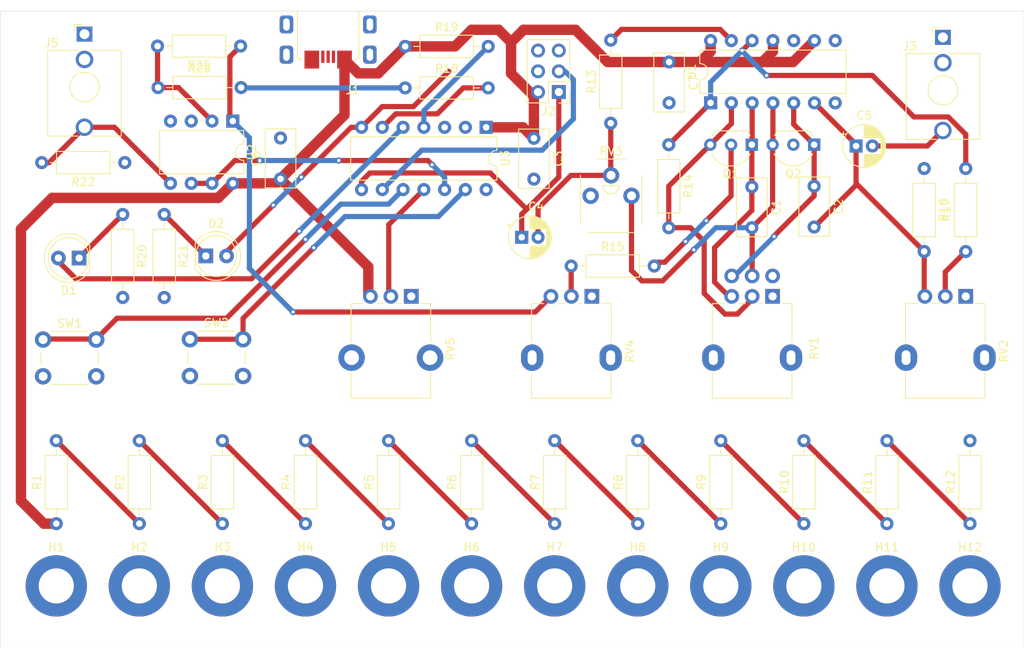
<source format=kicad_pcb>
(kicad_pcb (version 20221018) (generator pcbnew)
  (title_block (comment 2 "creativecommons.org/licenses/by/4.0") (comment 3 "License: CC BY 4.0") (comment 4 "Author: Guy John"))
  (layers (0 "F.Cu" signal) (31 "B.Cu" signal) (36 "B.SilkS" user "B.Silkscreen") (37 "F.SilkS" user "F.Silkscreen") (38 "B.Mask" user) (39 "F.Mask" user) (44 "Edge.Cuts" user))
  (net 0 "")
  (net 1 "Net-(Q1-D)")
  (net 2 "Net-(Q2-S)")
  (net 3 "Net-(Q2-D)")
  (net 4 "Net-(C2-Pad2)")
  (net 5 "VCC")
  (net 6 "GND")
  (net 7 "/MCU_PWM_2")
  (net 8 "Net-(C4-Pad2)")
  (net 9 "Net-(C5-Pad2)")
  (net 10 "Net-(D1-K)")
  (net 11 "/MCU_DOUT2")
  (net 12 "Net-(D2-K)")
  (net 13 "/MCU_DOUT1")
  (net 14 "Net-(H2-Pad1)")
  (net 15 "Net-(H3-Pad1)")
  (net 16 "Net-(H4-Pad1)")
  (net 17 "Net-(H5-Pad1)")
  (net 18 "Net-(H6-Pad1)")
  (net 19 "Net-(H7-Pad1)")
  (net 20 "Net-(H8-Pad1)")
  (net 21 "Net-(H9-Pad1)")
  (net 22 "Net-(H10-Pad1)")
  (net 23 "Net-(H11-Pad1)")
  (net 24 "Net-(H12-Pad1)")
  (net 25 "/MCU_SCK")
  (net 26 "/MCU_RESET")
  (net 28 "Net-(U2B-+)")
  (net 30 "Net-(Q1-G)")
  (net 31 "Net-(Q1-S)")
  (net 32 "Net-(R13-Pad2)")
  (net 33 "Net-(R14-Pad1)")
  (net 34 "Net-(R15-Pad1)")
  (net 35 "Net-(R17-Pad1)")
  (net 36 "Net-(R18-Pad1)")
  (net 37 "/MCU_MISO")
  (net 38 "Net-(R25-Pad1)")
  (net 39 "Net-(U2A--)")
  (net 44 "/MCU_ADC_2")
  (net 45 "/MCU_DIN2")
  (net 46 "/MCU_DIN1")
  (net 49 "/MCU_ADC_1")
  (footprint "Trimpot:Potentiometer_THT_Bourns_3306P_Vertical" (layer "F.Cu") (at 141.518 93.238)
    (fp_text reference "RV3")
    (fp_text value "10k")
  )
  (footprint "MountingHole:MountingHole_4.3mm_M4_DIN965_Pad" (layer "F.Cu") (at 104.14 142.24)
    (fp_text reference "H4")
    (fp_text value "NotePad")
  )
  (footprint "MountingHole:MountingHole_4.3mm_M4_DIN965_Pad" (layer "F.Cu") (at 134.62 142.24)
    (fp_text reference "H7")
    (fp_text value "NotePad")
  )
  (footprint "MountingHole:MountingHole_4.3mm_M4_DIN965_Pad" (layer "F.Cu") (at 83.82 142.24)
    (fp_text reference "H2")
    (fp_text value "NotePad")
  )
  (footprint "Button_Switch_THT:SW_PUSH_6mm" (layer "F.Cu") (at 72.047 112.086)
    (fp_text reference "SW1")
    (fp_text value "SW_Push")
  )
  (footprint "Connector_Audio:Jack_3.5mm_QingPu_WQP-PJ398SM_Vertical_CircularHoles" (layer "F.Cu") (at 77.111007 74.698525)
    (fp_text reference "J5")
    (fp_text value "AudioJack2_SwitchT")
  )
  (footprint "Package_TO_SOT_THT:TO-92L_Inline_Wide" (layer "F.Cu") (at 158.736 88.232 180)
    (fp_text reference "Q1")
    (fp_text value "2N5457")
  )
  (footprint "Resistor_THT:R_Axial_DIN0207_L6.3mm_D2.5mm_P10.16mm_Horizontal" (layer "F.Cu") (at 96.207 76.159 180)
    (fp_text reference "R25")
    (fp_text value "10k")
  )
  (footprint "Resistor_THT:R_Axial_DIN0207_L6.3mm_D2.5mm_P10.16mm_Horizontal" (layer "F.Cu") (at 179.818 91.146 -90)
    (fp_text reference "R16")
    (fp_text value "10k")
  )
  (footprint "Capacitor_THT:C_Rect_L7.0mm_W3.5mm_P5.00mm" (layer "F.Cu") (at 132.08 87.446 -90)
    (fp_text reference "C3")
    (fp_text value "100nF")
  )
  (footprint "Resistor_THT:R_Axial_DIN0207_L6.3mm_D2.5mm_P10.16mm_Horizontal" (layer "F.Cu") (at 82.042 90.424 180)
    (fp_text reference "R22")
    (fp_text value "100k")
  )
  (footprint "Resistor_THT:R_Axial_DIN0207_L6.3mm_D2.5mm_P10.16mm_Horizontal" (layer "F.Cu") (at 175.26 134.62 90)
    (fp_text reference "R11")
    (fp_text value "10k")
  )
  (footprint "MountingHole:MountingHole_4.3mm_M4_DIN965_Pad" (layer "F.Cu") (at 144.78 142.24)
    (fp_text reference "H8")
    (fp_text value "NotePad")
  )
  (footprint "LED_THT:LED_D5.0mm" (layer "F.Cu") (at 76.459 102.108 180)
    (fp_text reference "D1")
    (fp_text value "LED")
  )
  (footprint "Resistor_THT:R_Axial_DIN0207_L6.3mm_D2.5mm_P10.16mm_Horizontal" (layer "F.Cu") (at 148.576 88.232 -90)
    (fp_text reference "R14")
    (fp_text value "10k")
  )
  (footprint "Capacitor_THT:CP_Radial_D5.0mm_P2.00mm" (layer "F.Cu") (at 171.482 88.392)
    (fp_text reference "C5")
    (fp_text value "C_Polarized")
  )
  (footprint "MountingHole:MountingHole_4.3mm_M4_DIN965_Pad" (layer "F.Cu") (at 165.1 142.24)
    (fp_text reference "H10")
    (fp_text value "NotePad")
  )
  (footprint "Resistor_THT:R_Axial_DIN0207_L6.3mm_D2.5mm_P10.16mm_Horizontal" (layer "F.Cu") (at 93.98 134.62 90)
    (fp_text reference "R3")
    (fp_text value "10k")
  )
  (footprint "Resistor_THT:R_Axial_DIN0207_L6.3mm_D2.5mm_P10.16mm_Horizontal" (layer "F.Cu") (at 116.332 76.2)
    (fp_text reference "R19")
    (fp_text value "100k")
  )
  (footprint "MountingHole:MountingHole_4.3mm_M4_DIN965_Pad" (layer "F.Cu") (at 73.66 142.24)
    (fp_text reference "H1")
    (fp_text value "NotePad")
  )
  (footprint "Resistor_THT:R_Axial_DIN0207_L6.3mm_D2.5mm_P10.16mm_Horizontal" (layer "F.Cu") (at 165.1 134.62 90)
    (fp_text reference "R10")
    (fp_text value "10k")
  )
  (footprint "Resistor_THT:R_Axial_DIN0207_L6.3mm_D2.5mm_P10.16mm_Horizontal" (layer "F.Cu") (at 116.332 81.28)
    (fp_text reference "R18")
    (fp_text value "10k")
  )
  (footprint "Capacitor_THT:CP_Radial_D5.0mm_P2.00mm" (layer "F.Cu") (at 130.588 99.568)
    (fp_text reference "C4")
    (fp_text value "C_Polarized")
  )
  (footprint "Resistor_THT:R_Axial_DIN0207_L6.3mm_D2.5mm_P10.16mm_Horizontal" (layer "F.Cu") (at 83.82 134.62 90)
    (fp_text reference "R2")
    (fp_text value "10k")
  )
  (footprint "MountingHole:MountingHole_4.3mm_M4_DIN965_Pad" (layer "F.Cu") (at 114.3 142.24)
    (fp_text reference "H5")
    (fp_text value "NotePad")
  )
  (footprint "Resistor_THT:R_Axial_DIN0207_L6.3mm_D2.5mm_P10.16mm_Horizontal" (layer "F.Cu") (at 185.42 134.62 90)
    (fp_text reference "R12")
    (fp_text value "10k")
  )
  (footprint "Resistor_THT:R_Axial_DIN0207_L6.3mm_D2.5mm_P10.16mm_Horizontal" (layer "F.Cu") (at 86.868 96.774 -90)
    (fp_text reference "R21")
    (fp_text value "1k")
  )
  (footprint "Resistor_THT:R_Axial_DIN0207_L6.3mm_D2.5mm_P10.16mm_Horizontal" (layer "F.Cu") (at 141.478 85.598 90)
    (fp_text reference "R13")
    (fp_text value "10k")
  )
  (footprint "Button_Switch_THT:SW_PUSH_6mm" (layer "F.Cu") (at 90.006 112.046)
    (fp_text reference "SW2")
    (fp_text value "SW_Push")
  )
  (footprint "Potentiometer_THT:Potentiometer_Alpha_RD901F-40-00D_Single_Vertical_CircularHoles" (layer "F.Cu") (at 117.08 106.8 -90)
    (fp_text reference "RV5")
    (fp_text value "100k")
  )
  (footprint "Resistor_THT:R_Axial_DIN0207_L6.3mm_D2.5mm_P10.16mm_Horizontal" (layer "F.Cu") (at 124.46 134.62 90)
    (fp_text reference "R6")
    (fp_text value "10k")
  )
  (footprint "Capacitor_THT:C_Rect_L7.0mm_W3.5mm_P5.00mm" (layer "F.Cu") (at 148.616 78.112 -90)
    (fp_text reference "C7")
    (fp_text value "100nF")
  )
  (footprint "Connector_Audio:Jack_3.5mm_QingPu_WQP-PJ398SM_Vertical_CircularHoles" (layer "F.Cu") (at 182.104 75.092)
    (fp_text reference "J3")
    (fp_text value "AudioJack2_SwitchT")
  )
  (footprint "Package_DIP:DIP-8_W7.62mm" (layer "F.Cu") (at 95.25 85.344 -90)
    (fp_text reference "U2")
    (fp_text value "MCP602")
  )
  (footprint "Package_DIP:DIP-14_W7.62mm" (layer "F.Cu") (at 126.238 86.106 -90)
    (fp_text reference "U3")
    (fp_text value "ATtiny84V-10P")
  )
  (footprint "Package_TO_SOT_THT:TO-92L_Inline_Wide" (layer "F.Cu") (at 166.356 88.232 180)
    (fp_text reference "Q2")
    (fp_text value "2N5457")
  )
  (footprint "USBPower:AMPHENOL_10103593-0001LF" (layer "F.Cu") (at 106.914 73.516 180)
    (fp_text reference "J1")
    (fp_text value "USB_A")
    (fp_line (start -5.525 -4.175) (end -5.525 -3.225) (stroke (width 0.01)) (layer "Edge.Cuts"))
    (fp_line (start -5.525 -0.475) (end -5.525 0.475) (stroke (width 0.01)) (layer "Edge.Cuts"))
    (fp_line (start -5.225 -2.925) (end -4.975 -2.925) (stroke (width 0.01)) (layer "Edge.Cuts"))
    (fp_line (start -5.225 0.775) (end -4.975 0.775) (stroke (width 0.01)) (layer "Edge.Cuts"))
    (fp_line (start -4.975 -4.475) (end -5.225 -4.475) (stroke (width 0.01)) (layer "Edge.Cuts"))
    (fp_line (start -4.975 -0.775) (end -5.225 -0.775) (stroke (width 0.01)) (layer "Edge.Cuts"))
    (fp_line (start -4.675 -3.225) (end -4.675 -4.175) (stroke (width 0.01)) (layer "Edge.Cuts"))
    (fp_line (start -4.675 0.475) (end -4.675 -0.475) (stroke (width 0.01)) (layer "Edge.Cuts"))
    (fp_line (start -3.7 1.6) (end -3.7 -3) (stroke (width 0.01)) (layer "Edge.Cuts"))
    (fp_line (start -3.2 -3) (end 3.2 -3) (stroke (width 0.01)) (layer "Edge.Cuts"))
    (fp_line (start 3.7 -3) (end 3.7 1.6) (stroke (width 0.01)) (layer "Edge.Cuts"))
    (fp_line (start 3.7 1.6) (end -3.7 1.6) (stroke (width 0.01)) (layer "Edge.Cuts"))
    (fp_line (start 4.675 -4.175) (end 4.675 -3.225) (stroke (width 0.01)) (layer "Edge.Cuts"))
    (fp_line (start 4.675 -0.475) (end 4.675 0.475) (stroke (width 0.01)) (layer "Edge.Cuts"))
    (fp_line (start 4.975 -2.925) (end 5.225 -2.925) (stroke (width 0.01)) (layer "Edge.Cuts"))
    (fp_line (start 4.975 0.775) (end 5.225 0.775) (stroke (width 0.01)) (layer "Edge.Cuts"))
    (fp_line (start 5.225 -4.475) (end 4.975 -4.475) (stroke (width 0.01)) (layer "Edge.Cuts"))
    (fp_line (start 5.225 -0.775) (end 4.975 -0.775) (stroke (width 0.01)) (layer "Edge.Cuts"))
    (fp_line (start 5.525 -3.225) (end 5.525 -4.175) (stroke (width 0.01)) (layer "Edge.Cuts"))
    (fp_line (start 5.525 0.475) (end 5.525 -0.475) (stroke (width 0.01)) (layer "Edge.Cuts"))
    (fp_arc (start -5.525 -4.175) (mid -5.437132 -4.387132) (end -5.225 -4.475) (stroke (width 0.01)) (layer "Edge.Cuts"))
    (fp_arc (start -5.525 -0.475) (mid -5.437132 -0.687132) (end -5.225 -0.775) (stroke (width 0.01)) (layer "Edge.Cuts"))
    (fp_arc (start -5.225 -2.925) (mid -5.437132 -3.012868) (end -5.525 -3.225) (stroke (width 0.01)) (layer "Edge.Cuts"))
    (fp_arc (start -5.225 0.775) (mid -5.437132 0.687132) (end -5.525 0.475) (stroke (width 0.01)) (layer "Edge.Cuts"))
    (fp_arc (start -4.975 -4.475) (mid -4.762868 -4.387132) (end -4.675 -4.175) (stroke (width 0.01)) (layer "Edge.Cuts"))
    (fp_arc (start -4.975 -0.775) (mid -4.762868 -0.687132) (end -4.675 -0.475) (stroke (width 0.01)) (layer "Edge.Cuts"))
    (fp_arc (start -4.675 -3.225) (mid -4.762868 -3.012868) (end -4.975 -2.925) (stroke (width 0.01)) (layer "Edge.Cuts"))
    (fp_arc (start -4.675 0.475) (mid -4.762868 0.687132) (end -4.975 0.775) (stroke (width 0.01)) (layer "Edge.Cuts"))
    (fp_arc (start -3.7 -3) (mid -3.626777 -3.176777) (end -3.45 -3.25) (stroke (width 0.01)) (layer "Edge.Cuts"))
    (fp_arc (start -3.45 -3.25) (mid -3.273223 -3.176777) (end -3.2 -3) (stroke (width 0.01)) (layer "Edge.Cuts"))
    (fp_arc (start 3.2 -3) (mid 3.273223 -3.176777) (end 3.45 -3.25) (stroke (width 0.01)) (layer "Edge.Cuts"))
    (fp_arc (start 3.45 -3.25) (mid 3.626777 -3.176777) (end 3.7 -3) (stroke (width 0.01)) (layer "Edge.Cuts"))
    (fp_arc (start 4.675 -4.175) (mid 4.762868 -4.387132) (end 4.975 -4.475) (stroke (width 0.01)) (layer "Edge.Cuts"))
    (fp_arc (start 4.675 -0.475) (mid 4.762868 -0.687132) (end 4.975 -0.775) (stroke (width 0.01)) (layer "Edge.Cuts"))
    (fp_arc (start 4.975 -2.925) (mid 4.762868 -3.012868) (end 4.675 -3.225) (stroke (width 0.01)) (layer "Edge.Cuts"))
    (fp_arc (start 4.975 0.775) (mid 4.762868 0.687132) (end 4.675 0.475) (stroke (width 0.01)) (layer "Edge.Cuts"))
    (fp_arc (start 5.225 -4.475) (mid 5.437132 -4.387132) (end 5.525 -4.175) (stroke (width 0.01)) (layer "Edge.Cuts"))
    (fp_arc (start 5.225 -0.775) (mid 5.437132 -0.687132) (end 5.525 -0.475) (stroke (width 0.01)) (layer "Edge.Cuts"))
    (fp_arc (start 5.525 -3.225) (mid 5.437132 -3.012868) (end 5.225 -2.925) (stroke (width 0.01)) (layer "Edge.Cuts"))
    (fp_arc (start 5.525 0.475) (mid 5.437132 0.687132) (end 5.225 0.775) (stroke (width 0.01)) (layer "Edge.Cuts"))
  )
  (footprint "Potentiometer_THT:Potentiometer_Alpha_RD902F-40-00D_Dual_Vertical" (layer "F.Cu") (at 161.276 106.8 -90)
    (fp_text reference "RV1")
    (fp_text value "10kA")
  )
  (footprint "Resistor_THT:R_Axial_DIN0207_L6.3mm_D2.5mm_P10.16mm_Horizontal" (layer "F.Cu") (at 104.14 134.62 90)
    (fp_text reference "R4")
    (fp_text value "10k")
  )
  (footprint "Resistor_THT:R_Axial_DIN0207_L6.3mm_D2.5mm_P10.16mm_Horizontal" (layer "F.Cu") (at 134.62 134.62 90)
    (fp_text reference "R7")
    (fp_text value "10k")
  )
  (footprint "MountingHole:MountingHole_4.3mm_M4_DIN965_Pad" (layer "F.Cu") (at 154.94 142.24)
    (fp_text reference "H9")
    (fp_text value "NotePad")
  )
  (footprint "Resistor_THT:R_Axial_DIN0207_L6.3mm_D2.5mm_P10.16mm_Horizontal" (layer "F.Cu") (at 114.3 134.62 90)
    (fp_text reference "R5")
    (fp_text value "10k")
  )
  (footprint "Potentiometer_THT:Potentiometer_Alpha_RD901F-40-00D_Single_Vertical" (layer "F.Cu") (at 184.898 106.8 -90)
    (fp_text reference "RV2")
    (fp_text value "100k")
  )
  (footprint "Resistor_THT:R_Axial_DIN0207_L6.3mm_D2.5mm_P10.16mm_Horizontal" (layer "F.Cu") (at 73.66 134.62 90)
    (fp_text reference "R1")
    (fp_text value "10k")
  )
  (footprint "Resistor_THT:R_Axial_DIN0207_L6.3mm_D2.5mm_P10.16mm_Horizontal" (layer "F.Cu") (at 136.638 103.084)
    (fp_text reference "R15")
    (fp_text value "10k")
  )
  (footprint "MountingHole:MountingHole_4.3mm_M4_DIN965_Pad" (layer "F.Cu") (at 175.26 142.24)
    (fp_text reference "H11")
    (fp_text value "NotePad")
  )
  (footprint "Resistor_THT:R_Axial_DIN0207_L6.3mm_D2.5mm_P10.16mm_Horizontal" (layer "F.Cu") (at 144.78 134.62 90)
    (fp_text reference "R8")
    (fp_text value "10k")
  )
  (footprint "LED_THT:LED_D5.0mm" (layer "F.Cu") (at 91.948 101.854)
    (fp_text reference "D2")
    (fp_text value "LED")
  )
  (footprint "MountingHole:MountingHole_4.3mm_M4_DIN965_Pad" (layer "F.Cu") (at 93.98 142.24)
    (fp_text reference "H3")
    (fp_text value "NotePad")
  )
  (footprint "MountingHole:MountingHole_4.3mm_M4_DIN965_Pad" (layer "F.Cu") (at 185.42 142.24)
    (fp_text reference "H12")
    (fp_text value "NotePad")
  )
  (footprint "Capacitor_THT:C_Rect_L7.0mm_W3.5mm_P5.00mm" (layer "F.Cu") (at 166.356 93.312 -90)
    (fp_text reference "C2")
    (fp_text value "100nF")
  )
  (footprint "Resistor_THT:R_Axial_DIN0207_L6.3mm_D2.5mm_P10.16mm_Horizontal" (layer "F.Cu") (at 184.898 101.306 90)
    (fp_text reference "R17")
    (fp_text value "10k")
  )
  (footprint "Package_DIP:DIP-14_W7.62mm" (layer "F.Cu") (at 153.696 83.112 90)
    (fp_text reference "U1")
    (fp_text value "4069")
  )
  (footprint "Resistor_THT:R_Axial_DIN0207_L6.3mm_D2.5mm_P10.16mm_Horizontal" (layer "F.Cu") (at 81.788 96.774 -90)
    (fp_text reference "R20")
    (fp_text value "1k")
  )
  (footprint "MountingHole:MountingHole_4.3mm_M4_DIN965_Pad" (layer "F.Cu") (at 124.46 142.24)
    (fp_text reference "H6")
    (fp_text value "NotePad")
  )
  (footprint "Resistor_THT:R_Axial_DIN0207_L6.3mm_D2.5mm_P10.16mm_Horizontal" (layer "F.Cu") (at 154.94 134.62 90)
    (fp_text reference "R9")
    (fp_text value "10k")
  )
  (footprint "Potentiometer_THT:Potentiometer_Alpha_RD901F-40-00D_Single_Vertical" (layer "F.Cu") (at 139.164 106.8 -90)
    (fp_text reference "RV4")
    (fp_text value "100k")
  )
  (footprint "Capacitor_THT:C_Rect_L7.0mm_W3.5mm_P5.00mm" (layer "F.Cu") (at 101.092 92.416 90)
    (fp_text reference "C6")
    (fp_text value "100nF" hide)
  )
  (footprint "Connector_PinHeader_2.54mm:PinHeader_2x03_P2.54mm_Vertical" (layer "F.Cu") (at 135.128 81.788 180)
    (fp_text reference "J2")
    (fp_text value "AVR-ISP-6")
  )
  (footprint "Resistor_THT:R_Axial_DIN0207_L6.3mm_D2.5mm_P10.16mm_Horizontal" (layer "F.Cu") (at 86.106 81.239)
    (fp_text reference "R26")
    (fp_text value "10k")
  )
  (footprint "Capacitor_THT:C_Rect_L7.0mm_W3.5mm_P5.00mm" (layer "F.Cu") (at 158.736 93.392 -90)
    (fp_text reference "C1")
    (fp_text value "100nF")
  )
  (gr_line (start 66.802 71.882) (end 192.024 71.882) (stroke (width 0.05)) (layer "Edge.Cuts"))
  (gr_line (start 66.802 149.86) (end 66.802 71.882) (stroke (width 0.05)) (layer "Edge.Cuts"))
  (gr_line (start 192.024 71.882) (end 192.024 149.86) (stroke (width 0.05)) (layer "Edge.Cuts"))
  (gr_line (start 192.024 149.86) (end 66.802 149.86) (stroke (width 0.05)) (layer "Edge.Cuts"))
  (segment (start 154.178 105.05) (end 156.276 107.148) (width 0.635) (layer "F.Cu") (net 1))
  (segment (start 158.776 83.112) (end 158.776 88.192) (width 0.635) (layer "F.Cu") (net 1))
  (segment (start 154.178 100.838) (end 154.178 105.05) (width 0.635) (layer "F.Cu") (net 1))
  (segment (start 158.736 93.392) (end 158.736 96.28) (width 0.635) (layer "F.Cu") (net 1))
  (segment (start 158.736 96.28) (end 154.178 100.838) (width 0.635) (layer "F.Cu") (net 1))
  (segment (start 158.776 88.192) (end 158.736 88.232) (width 0.635) (layer "F.Cu") (net 1))
  (segment (start 158.736 88.232) (end 158.736 93.392) (width 0.635) (layer "F.Cu") (net 1))
  (segment (start 161.276 95.852) (end 158.736 98.392) (width 0.635) (layer "F.Cu") (net 2))
  (segment (start 161.316 83.112) (end 161.316 88.192) (width 0.635) (layer "F.Cu") (net 2))
  (segment (start 145.288 104.902) (end 147.828 104.902) (width 0.635) (layer "F.Cu") (net 2))
  (segment (start 144.018 94.488) (end 144.018 103.632) (width 0.635) (layer "F.Cu") (net 2))
  (segment (start 161.276 88.232) (end 161.276 95.852) (width 0.635) (layer "F.Cu") (net 2))
  (segment (start 161.316 88.192) (end 161.276 88.232) (width 0.635) (layer "F.Cu") (net 2))
  (segment (start 158.776 104.648) (end 158.776 98.432) (width 0.635) (layer "F.Cu") (net 2))
  (segment (start 147.828 104.902) (end 151.638 101.092) (width 0.635) (layer "F.Cu") (net 2))
  (segment (start 144.018 103.632) (end 145.288 104.902) (width 0.635) (layer "F.Cu") (net 2))
  (segment (start 158.776 98.432) (end 158.736 98.392) (width 0.635) (layer "F.Cu") (net 2))
  (via (at 151.638 101.092) (size 0.762) (drill 0.381) (layers "F.Cu" "B.Cu") (net 2))
  (segment (start 154.338 98.392) (end 151.638 101.092) (width 0.635) (layer "B.Cu") (net 2))
  (segment (start 158.736 98.392) (end 154.338 98.392) (width 0.635) (layer "B.Cu") (net 2))
  (segment (start 163.856 83.112) (end 163.856 85.732) (width 0.635) (layer "F.Cu") (net 3))
  (segment (start 161.45 99.474) (end 161.45 99.408) (width 0.635) (layer "F.Cu") (net 3))
  (segment (start 161.45 99.408) (end 166.356 94.502) (width 0.635) (layer "F.Cu") (net 3))
  (segment (start 166.356 88.232) (end 166.356 93.312) (width 0.635) (layer "F.Cu") (net 3))
  (segment (start 163.856 85.732) (end 166.356 88.232) (width 0.635) (layer "F.Cu") (net 3))
  (segment (start 166.356 94.502) (end 166.356 93.312) (width 0.635) (layer "F.Cu") (net 3))
  (via (at 161.45 99.474) (size 0.762) (drill 0.381) (layers "F.Cu" "B.Cu") (net 3))
  (segment (start 156.276 104.648) (end 156.276 104.582) (width 0.635) (layer "B.Cu") (net 3))
  (segment (start 161.45 99.474) (end 156.276 104.648) (width 0.635) (layer "B.Cu") (net 3))
  (segment (start 171.482 92.71) (end 171.482 93.186) (width 0.635) (layer "F.Cu") (net 4))
  (segment (start 179.818 101.306) (end 179.818 106.466) (width 0.635) (layer "F.Cu") (net 4))
  (segment (start 171.482 92.97) (end 171.482 92.71) (width 0.635) (layer "F.Cu") (net 4))
  (segment (start 171.482 88.392) (end 171.482 92.71) (width 0.635) (layer "F.Cu") (net 4))
  (segment (start 179.818 106.466) (end 179.898 106.546) (width 0.635) (layer "F.Cu") (net 4))
  (segment (start 171.482 93.186) (end 166.356 98.312) (width 0.635) (layer "F.Cu") (net 4))
  (segment (start 171.482 88.392) (end 171.482 88.198) (width 0.635) (layer "F.Cu") (net 4))
  (segment (start 171.482 88.198) (end 166.396 83.112) (width 0.635) (layer "F.Cu") (net 4))
  (segment (start 179.818 101.306) (end 171.482 92.97) (width 0.635) (layer "F.Cu") (net 4))
  (segment (start 116.332 76.2) (end 122.428 76.2) (width 1.27) (layer "F.Cu") (net 5))
  (segment (start 95.25 92.964) (end 100.544 92.964) (width 1.27) (layer "F.Cu") (net 5))
  (segment (start 132.08 82.296) (end 132.588 81.788) (width 1.27) (layer "F.Cu") (net 5))
  (segment (start 153.696 76.816) (end 153.696 75.492) (width 1.27) (layer "F.Cu") (net 5))
  (segment (start 95.25 92.964) (end 93.472 94.742) (width 1.27) (layer "F.Cu") (net 5))
  (segment (start 126.238 86.106) (end 130.74 86.106) (width 1.27) (layer "F.Cu") (net 5))
  (segment (start 152.4 78.112) (end 160.02 78.112) (width 1.27) (layer "F.Cu") (net 5))
  (segment (start 132.08 87.446) (end 132.08 82.296) (width 1.27) (layer "F.Cu") (net 5))
  (segment (start 127.762 74.168) (end 129.286 75.692) (width 1.27) (layer "F.Cu") (net 5))
  (segment (start 111.826 103.19) (end 111.826 106.546) (width 1.27) (layer "F.Cu") (net 5))
  (segment (start 152.4 78.112) (end 153.696 76.816) (width 1.27) (layer "F.Cu") (net 5))
  (segment (start 110.6 79.502) (end 108.914 77.816) (width 1.27) (layer "F.Cu") (net 5))
  (segment (start 101.092 92.416) (end 101.092 92.456) (width 1.27) (layer "F.Cu") (net 5))
  (segment (start 124.46 74.168) (end 127.762 74.168) (width 1.27) (layer "F.Cu") (net 5))
  (segment (start 113.03 79.502) (end 110.6 79.502) (width 1.27) (layer "F.Cu") (net 5))
  (segment (start 93.472 94.742) (end 73.152 94.742) (width 1.27) (layer "F.Cu") (net 5))
  (segment (start 122.428 76.2) (end 124.46 74.168) (width 1.27) (layer "F.Cu") (net 5))
  (segment (start 148.616 78.112) (end 141.104 78.112) (width 1.27) (layer "F.Cu") (net 5))
  (segment (start 160.02 78.112) (end 163.776 78.112) (width 1.27) (layer "F.Cu") (net 5))
  (segment (start 137.16 74.168) (end 130.81 74.168) (width 1.27) (layer "F.Cu") (net 5))
  (segment (start 163.776 78.112) (end 166.396 75.492) (width 1.27) (layer "F.Cu") (net 5))
  (segment (start 100.544 92.964) (end 101.092 92.416) (width 1.27) (layer "F.Cu") (net 5))
  (segment (start 141.104 78.112) (end 137.16 74.168) (width 1.27) (layer "F.Cu") (net 5))
  (segment (start 130.81 74.168) (end 129.286 75.692) (width 1.27) (layer "F.Cu") (net 5))
  (segment (start 101.092 92.456) (end 111.826 103.19) (width 1.27) (layer "F.Cu") (net 5))
  (segment (start 129.286 75.692) (end 129.286 79.502) (width 1.27) (layer "F.Cu") (net 5))
  (segment (start 130.74 86.106) (end 132.08 87.446) (width 1.27) (layer "F.Cu") (net 5))
  (segment (start 101.092 92.416) (end 108.914 84.594) (width 1.27) (layer "F.Cu") (net 5))
  (segment (start 148.616 78.112) (end 152.4 78.112) (width 1.27) (layer "F.Cu") (net 5))
  (segment (start 72.136 134.62) (end 73.66 134.62) (width 1.27) (layer "F.Cu") (net 5))
  (segment (start 161.316 76.816) (end 161.316 75.492) (width 1.27) (layer "F.Cu") (net 5))
  (segment (start 129.286 79.502) (end 132.08 82.296) (width 1.27) (layer "F.Cu") (net 5))
  (segment (start 73.152 94.742) (end 69.342 98.552) (width 1.27) (layer "F.Cu") (net 5))
  (segment (start 116.332 76.2) (end 113.03 79.502) (width 1.27) (layer "F.Cu") (net 5))
  (segment (start 69.342 98.552) (end 69.342 131.826) (width 1.27) (layer "F.Cu") (net 5))
  (segment (start 108.914 84.594) (end 108.914 77.816) (width 1.27) (layer "F.Cu") (net 5))
  (segment (start 160.02 78.112) (end 161.316 76.816) (width 1.27) (layer "F.Cu") (net 5))
  (segment (start 69.342 131.826) (end 72.136 134.62) (width 1.27) (layer "F.Cu") (net 5))
  (segment (start 115.189 84.455) (end 120.269 84.455) (width 0.635) (layer "F.Cu") (net 7))
  (segment (start 113.533 86.101) (end 113.538 86.106) (width 0.635) (layer "F.Cu") (net 7))
  (segment (start 123.444 81.28) (end 126.492 81.28) (width 0.635) (layer "F.Cu") (net 7))
  (segment (start 113.538 86.106) (end 115.189 84.455) (width 0.635) (layer "F.Cu") (net 7))
  (segment (start 120.269 84.455) (end 123.444 81.28) (width 0.635) (layer "F.Cu") (net 7))
  (segment (start 132.588 99.568) (end 132.588 96.012) (width 0.635) (layer "F.Cu") (net 8))
  (segment (start 141.478 85.598) (end 141.478 91.948) (width 0.635) (layer "F.Cu") (net 8))
  (segment (start 141.478 91.948) (end 141.518 91.988) (width 0.635) (layer "F.Cu") (net 8))
  (segment (start 136.612 91.988) (end 141.518 91.988) (width 0.635) (layer "F.Cu") (net 8))
  (segment (start 132.588 96.012) (end 136.612 91.988) (width 0.635) (layer "F.Cu") (net 8))
  (segment (start 180.204 88.392) (end 173.482 88.392) (width 0.635) (layer "F.Cu") (net 9))
  (segment (start 182.104 86.492) (end 180.204 88.392) (width 0.635) (layer "F.Cu") (net 9))
  (segment (start 81.788 96.774) (end 76.459 102.103) (width 0.635) (layer "F.Cu") (net 10))
  (segment (start 76.459 102.103) (end 76.459 102.108) (width 0.635) (layer "F.Cu") (net 10))
  (segment (start 97.536 104.648) (end 76.056 104.648) (width 0.635) (layer "F.Cu") (net 11))
  (segment (start 73.919 102.511) (end 73.919 102.108) (width 0.635) (layer "F.Cu") (net 11))
  (segment (start 76.056 104.648) (end 73.919 102.511) (width 0.635) (layer "F.Cu") (net 11))
  (segment (start 103.378 98.806) (end 97.536 104.648) (width 0.635) (layer "F.Cu") (net 11))
  (via (at 103.378 98.806) (size 0.762) (drill 0.381) (layers "F.Cu" "B.Cu") (net 11))
  (segment (start 103.378 98.806) (end 116.078 86.106) (width 0.635) (layer "B.Cu") (net 11))
  (segment (start 86.868 96.774) (end 91.948 101.854) (width 0.635) (layer "F.Cu") (net 12))
  (segment (start 113.538 83.566) (end 110.998 86.106) (width 0.635) (layer "F.Cu") (net 13))
  (segment (start 110.998 86.106) (end 109.728 86.106) (width 0.635) (layer "F.Cu") (net 13))
  (segment (start 94.488 101.346) (end 94.488 101.854) (width 0.635) (layer "F.Cu") (net 13))
  (segment (start 117.348 83.566) (end 113.538 83.566) (width 0.635) (layer "F.Cu") (net 13))
  (segment (start 121.666 79.248) (end 117.348 83.566) (width 0.635) (layer "F.Cu") (net 13))
  (segment (start 109.728 86.106) (end 103.632 92.202) (width 0.635) (layer "F.Cu") (net 13))
  (segment (start 100.203 95.631) (end 94.488 101.346) (width 0.635) (layer "F.Cu") (net 13))
  (via (at 100.203 95.631) (size 0.762) (drill 0.381) (layers "F.Cu" "B.Cu") (net 13))
  (via (at 103.632 92.202) (size 0.762) (drill 0.381) (layers "F.Cu" "B.Cu") (net 13))
  (segment (start 100.203 95.631) (end 103.632 92.202) (width 0.635) (layer "B.Cu") (net 13))
  (segment (start 73.66 124.46) (end 83.82 134.62) (width 0.635) (layer "F.Cu") (net 14))
  (segment (start 83.82 124.46) (end 93.98 134.62) (width 0.635) (layer "F.Cu") (net 15))
  (segment (start 93.98 124.46) (end 104.14 134.62) (width 0.635) (layer "F.Cu") (net 16))
  (segment (start 104.14 124.46) (end 114.3 134.62) (width 0.635) (layer "F.Cu") (net 17))
  (segment (start 114.3 124.46) (end 124.46 134.62) (width 0.635) (layer "F.Cu") (net 18))
  (segment (start 124.46 124.46) (end 134.62 134.62) (width 0.635) (layer "F.Cu") (net 19))
  (segment (start 134.62 124.46) (end 144.78 134.62) (width 0.635) (layer "F.Cu") (net 20))
  (segment (start 144.78 124.46) (end 154.94 134.62) (width 0.635) (layer "F.Cu") (net 21))
  (segment (start 154.94 124.46) (end 165.1 134.62) (width 0.635) (layer "F.Cu") (net 22))
  (segment (start 165.1 124.46) (end 175.26 134.62) (width 0.635) (layer "F.Cu") (net 23))
  (segment (start 175.26 124.46) (end 185.42 134.62) (width 0.635) (layer "F.Cu") (net 24))
  (segment (start 113.538 93.726) (end 118.364 88.9) (width 0.635) (layer "B.Cu") (net 25))
  (segment (start 135.89 79.248) (end 135.128 79.248) (width 0.635) (layer "B.Cu") (net 25))
  (segment (start 136.906 80.264) (end 135.89 79.248) (width 0.635) (layer "B.Cu") (net 25))
  (segment (start 136.906 85.09) (end 136.906 80.264) (width 0.635) (layer "B.Cu") (net 25))
  (segment (start 133.096 88.9) (end 136.906 85.09) (width 0.635) (layer "B.Cu") (net 25))
  (segment (start 118.364 88.9) (end 133.096 88.9) (width 0.635) (layer "B.Cu") (net 25))
  (segment (start 118.613 86.101) (end 118.618 86.106) (width 0.635) (layer "F.Cu") (net 26))
  (segment (start 118.618 84.074) (end 118.618 86.106) (width 0.635) (layer "B.Cu") (net 26))
  (segment (start 126.492 76.2) (end 118.618 84.074) (width 0.635) (layer "B.Cu") (net 26))
  (segment (start 80.764525 86.098525) (end 77.111007 86.098525) (width 0.635) (layer "F.Cu") (net 28))
  (segment (start 77.111007 86.098525) (end 72.785532 90.424) (width 0.635) (layer "F.Cu") (net 28))
  (segment (start 72.785532 90.424) (end 71.882 90.424) (width 0.635) (layer "F.Cu") (net 28))
  (segment (start 87.63 92.964) (end 80.764525 86.098525) (width 0.635) (layer "F.Cu") (net 28))
  (segment (start 153.162 97.536) (end 156.196 94.502) (width 0.635) (layer "F.Cu") (net 30))
  (segment (start 148.082 102.616) (end 147.266 102.616) (width 0.635) (layer "F.Cu") (net 30))
  (segment (start 150.622 100.076) (end 148.082 102.616) (width 0.635) (layer "F.Cu") (net 30))
  (segment (start 147.266 102.616) (end 146.798 103.084) (width 0.635) (layer "F.Cu") (net 30))
  (segment (start 156.196 94.502) (end 156.196 88.232) (width 0.635) (layer "F.Cu") (net 30))
  (via (at 150.622 100.076) (size 0.762) (drill 0.381) (layers "F.Cu" "B.Cu") (net 30))
  (via (at 153.162 97.536) (size 0.762) (drill 0.381) (layers "F.Cu" "B.Cu") (net 30))
  (segment (start 150.622 100.076) (end 153.162 97.536) (width 0.635) (layer "B.Cu") (net 30))
  (segment (start 148.576 93.312) (end 148.576 98.392) (width 0.635) (layer "F.Cu") (net 31))
  (segment (start 152.908 100.076) (end 151.224 98.392) (width 0.635) (layer "F.Cu") (net 31))
  (segment (start 156.236 85.652) (end 153.656 88.232) (width 0.635) (layer "F.Cu") (net 31))
  (segment (start 151.224 98.392) (end 148.576 98.392) (width 0.635) (layer "F.Cu") (net 31))
  (segment (start 153.656 88.232) (end 148.576 93.312) (width 0.635) (layer "F.Cu") (net 31))
  (segment (start 155.448 108.966) (end 152.908 106.426) (width 0.635) (layer "F.Cu") (net 31))
  (segment (start 152.908 106.426) (end 152.908 100.076) (width 0.635) (layer "F.Cu") (net 31))
  (segment (start 156.972 108.966) (end 155.448 108.966) (width 0.635) (layer "F.Cu") (net 31))
  (segment (start 156.236 83.112) (end 156.236 85.652) (width 0.635) (layer "F.Cu") (net 31))
  (segment (start 156.972 108.952) (end 156.972 108.966) (width 0.635) (layer "F.Cu") (net 31))
  (segment (start 158.776 107.148) (end 156.972 108.952) (width 0.635) (layer "F.Cu") (net 31))
  (segment (start 141.478 75.438) (end 142.7955 74.1205) (width 0.635) (layer "F.Cu") (net 32))
  (segment (start 142.7955 74.1205) (end 154.8645 74.1205) (width 0.635) (layer "F.Cu") (net 32))
  (segment (start 154.8645 74.1205) (end 156.236 75.492) (width 0.635) (layer "F.Cu") (net 32))
  (segment (start 160.528 79.756) (end 173.482 79.756) (width 0.635) (layer "F.Cu") (net 33))
  (segment (start 184.898 86.971639) (end 184.898 91.146) (width 0.635) (layer "F.Cu") (net 33))
  (segment (start 173.482 79.756) (end 178.562 84.836) (width 0.635) (layer "F.Cu") (net 33))
  (segment (start 182.762361 84.836) (end 184.898 86.971639) (width 0.635) (layer "F.Cu") (net 33))
  (segment (start 178.562 84.836) (end 182.762361 84.836) (width 0.635) (layer "F.Cu") (net 33))
  (segment (start 157.48 76.708) (end 157.56 76.708) (width 0.635) (layer "F.Cu") (net 33))
  (segment (start 148.576 88.232) (end 153.696 83.112) (width 0.635) (layer "F.Cu") (net 33))
  (segment (start 158.776 75.492) (end 157.56 76.708) (width 0.635) (layer "F.Cu") (net 33))
  (via (at 157.56 76.708) (size 0.762) (drill 0.381) (layers "F.Cu" "B.Cu") (net 33))
  (via (at 160.528 79.756) (size 0.762) (drill 0.381) (layers "F.Cu" "B.Cu") (net 33))
  (segment (start 157.56 76.708) (end 153.696 80.572) (width 0.635) (layer "B.Cu") (net 33))
  (segment (start 153.696 80.572) (end 153.696 83.112) (width 0.635) (layer "B.Cu") (net 33))
  (segment (start 157.56 76.708) (end 157.56 76.788) (width 0.635) (layer "B.Cu") (net 33))
  (segment (start 157.56 76.788) (end 160.528 79.756) (width 0.635) (layer "B.Cu") (net 33))
  (segment (start 136.638 107.242) (end 136.664 107.268) (width 0.635) (layer "F.Cu") (net 34))
  (segment (start 136.638 103.084) (end 136.638 107.242) (width 0.635) (layer "F.Cu") (net 34))
  (segment (start 182.398 106.546) (end 182.398 103.806) (width 0.635) (layer "F.Cu") (net 35))
  (segment (start 182.398 103.806) (end 184.898 101.306) (width 0.635) (layer "F.Cu") (net 35))
  (segment (start 96.307 81.28) (end 96.266 81.239) (width 0.635) (layer "B.Cu") (net 36))
  (segment (start 116.332 81.28) (end 96.307 81.28) (width 0.635) (layer "B.Cu") (net 36))
  (segment (start 126.746 91.694) (end 131.191 96.139) (width 0.635) (layer "F.Cu") (net 37))
  (segment (start 112.014 91.694) (end 126.746 91.694) (width 0.635) (layer "F.Cu") (net 37))
  (segment (start 130.588 96.742) (end 131.191 96.139) (width 0.635) (layer "F.Cu") (net 37))
  (segment (start 131.191 96.139) (end 135.128 92.202) (width 0.635) (layer "F.Cu") (net 37))
  (segment (start 135.128 92.202) (end 135.128 81.788) (width 0.635) (layer "F.Cu") (net 37))
  (segment (start 110.998 93.726) (end 110.998 92.71) (width 0.635) (layer "F.Cu") (net 37))
  (segment (start 130.588 99.568) (end 130.588 96.742) (width 0.635) (layer "F.Cu") (net 37))
  (segment (start 110.998 92.71) (end 112.014 91.694) (width 0.635) (layer "F.Cu") (net 37))
  (segment (start 132.252 108.712) (end 134.164 106.8) (width 0.635) (layer "F.Cu") (net 38))
  (segment (start 96.207 76.159) (end 94.8945 77.4715) (width 0.635) (layer "F.Cu") (net 38))
  (segment (start 102.616 108.712) (end 132.252 108.712) (width 0.635) (layer "F.Cu") (net 38))
  (segment (start 94.8945 77.4715) (end 94.8945 84.9885) (width 0.635) (layer "F.Cu") (net 38))
  (segment (start 94.8945 84.9885) (end 95.25 85.344) (width 0.635) (layer "F.Cu") (net 38))
  (via (at 102.616 108.712) (size 0.762) (drill 0.381) (layers "F.Cu" "B.Cu") (net 38))
  (segment (start 97.282 87.376) (end 97.282 103.378) (width 0.635) (layer "B.Cu") (net 38))
  (segment (start 97.282 103.378) (end 102.616 108.712) (width 0.635) (layer "B.Cu") (net 38))
  (segment (start 95.25 85.344) (end 97.282 87.376) (width 0.635) (layer "B.Cu") (net 38))
  (segment (start 86.047 81.18) (end 86.106 81.239) (width 0.635) (layer "F.Cu") (net 39))
  (segment (start 88.605 81.239) (end 92.71 85.344) (width 0.635) (layer "F.Cu") (net 39))
  (segment (start 86.047 76.159) (end 86.047 81.18) (width 0.635) (layer "F.Cu") (net 39))
  (segment (start 86.106 81.239) (end 88.605 81.239) (width 0.635) (layer "F.Cu") (net 39))
  (segment (start 118.618 93.726) (end 114.326 98.018) (width 0.635) (layer "F.Cu") (net 44))
  (segment (start 114.326 98.018) (end 114.326 106.546) (width 0.635) (layer "F.Cu") (net 44))
  (segment (start 94.488 109.474) (end 81.093 109.474) (width 0.635) (layer "F.Cu") (net 45))
  (segment (start 81.093 109.474) (end 78.547 112.02) (width 0.635) (layer "F.Cu") (net 45))
  (segment (start 72.047 112.02) (end 78.547 112.02) (width 0.635) (layer "F.Cu") (net 45))
  (segment (start 104.14 99.822) (end 94.488 109.474) (width 0.635) (layer "F.Cu") (net 45))
  (via (at 104.14 99.822) (size 0.762) (drill 0.381) (layers "F.Cu" "B.Cu") (net 45))
  (segment (start 104.14 99.822) (end 108.458 95.504) (width 0.635) (layer "B.Cu") (net 45))
  (segment (start 108.458 95.504) (end 114.3 95.504) (width 0.635) (layer "B.Cu") (net 45))
  (segment (start 114.3 95.504) (end 116.078 93.726) (width 0.635) (layer "B.Cu") (net 45))
  (segment (start 96.506 109.488) (end 105.156 100.838) (width 0.635) (layer "F.Cu") (net 46))
  (segment (start 96.506 112.046) (end 96.506 109.488) (width 0.635) (layer "F.Cu") (net 46))
  (segment (start 90.006 112.046) (end 96.506 112.046) (width 0.635) (layer "F.Cu") (net 46))
  (via (at 105.156 100.838) (size 0.762) (drill 0.381) (layers "F.Cu" "B.Cu") (net 46))
  (segment (start 105.156 100.838) (end 108.966 97.028) (width 0.635) (layer "B.Cu") (net 46))
  (segment (start 108.966 97.028) (end 120.396 97.028) (width 0.635) (layer "B.Cu") (net 46))
  (segment (start 120.396 97.028) (end 123.698 93.726) (width 0.635) (layer "B.Cu") (net 46))
  (segment (start 98.552 90.17) (end 95.504 90.17) (width 0.635) (layer "F.Cu") (net 49))
  (segment (start 95.504 90.17) (end 92.71 92.964) (width 0.635) (layer "F.Cu") (net 49))
  (segment (start 90.17 92.964) (end 92.71 92.964) (width 0.635) (layer "F.Cu") (net 49))
  (segment (start 108.204 90.17) (end 119.126 90.17) (width 0.635) (layer "F.Cu") (net 49))
  (segment (start 119.126 90.17) (end 119.634 90.678) (width 0.635) (layer "F.Cu") (net 49))
  (via (at 119.634 90.678) (size 0.762) (drill 0.381) (layers "F.Cu" "B.Cu") (net 49))
  (via (at 98.552 90.17) (size 0.762) (drill 0.381) (layers "F.Cu" "B.Cu") (net 49))
  (via (at 108.204 90.17) (size 0.762) (drill 0.381) (layers "F.Cu" "B.Cu") (net 49))
  (segment (start 121.158 92.202) (end 121.158 93.726) (width 0.635) (layer "B.Cu") (net 49))
  (segment (start 98.552 90.17) (end 108.204 90.17) (width 0.635) (layer "B.Cu") (net 49))
  (segment (start 119.634 90.678) (end 121.158 92.202) (width 0.635) (layer "B.Cu") (net 49))
)
</source>
